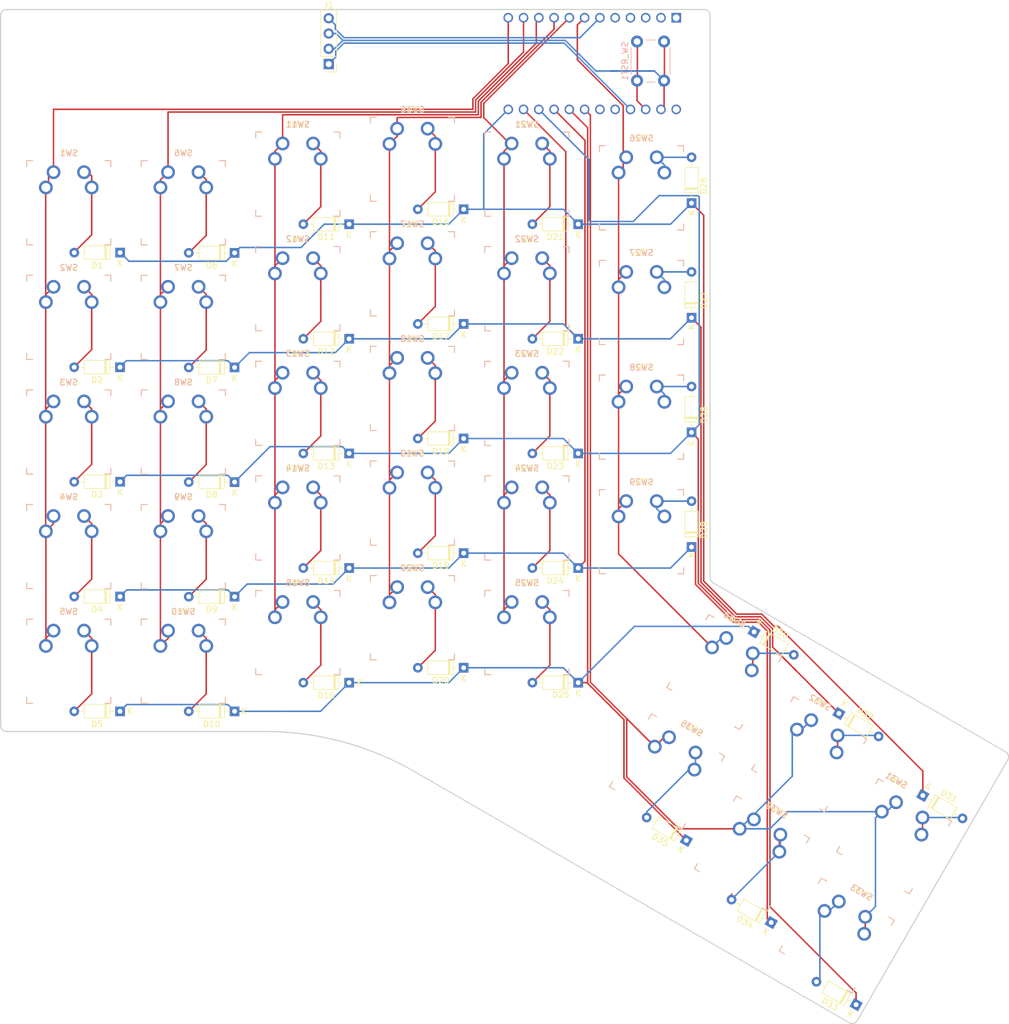
<source format=kicad_pcb>
(kicad_pcb (version 20221018) (generator pcbnew)
  (layers (0 "F.Cu" signal) (31 "B.Cu" signal) (34 "B.Paste" user) (35 "F.Paste" user) (36 "B.SilkS" user "B.Silkscreen") (37 "F.SilkS" user "F.Silkscreen") (38 "B.Mask" user) (39 "F.Mask" user) (44 "Edge.Cuts" user))
  (net 0 "")
  (net 1 "Net-(D1-K)")
  (net 2 "Net-(D1-A)")
  (net 3 "Net-(D12-K)")
  (net 4 "Net-(D2-A)")
  (net 5 "Net-(D13-K)")
  (net 6 "Net-(D3-A)")
  (net 7 "Net-(D14-K)")
  (net 8 "Net-(D4-A)")
  (net 9 "Net-(D10-K)")
  (net 10 "Net-(D5-A)")
  (net 11 "Net-(D6-A)")
  (net 12 "Net-(D7-A)")
  (net 13 "Net-(D8-A)")
  (net 14 "Net-(D9-A)")
  (net 15 "Net-(D10-A)")
  (net 16 "Net-(D11-A)")
  (net 17 "Net-(D12-A)")
  (net 18 "Net-(D13-A)")
  (net 19 "Net-(D14-A)")
  (net 20 "Net-(D15-A)")
  (net 21 "Net-(D16-A)")
  (net 22 "Net-(D17-A)")
  (net 23 "Net-(D18-A)")
  (net 24 "Net-(D19-A)")
  (net 25 "Net-(D21-A)")
  (net 26 "Net-(D22-A)")
  (net 27 "Net-(D23-A)")
  (net 28 "Net-(D24-A)")
  (net 29 "Net-(D25-A)")
  (net 30 "Net-(D26-A)")
  (net 31 "Net-(D27-A)")
  (net 32 "Net-(D28-A)")
  (net 33 "Net-(D31-A)")
  (net 34 "Net-(D32-A)")
  (net 35 "Net-(D33-A)")
  (net 36 "Net-(D34-A)")
  (net 37 "Net-(D35-A)")
  (net 38 "Net-(U1-B5)")
  (net 39 "Net-(U1-B4)")
  (net 40 "Net-(U1-E6)")
  (net 41 "Net-(U1-D7)")
  (net 42 "Net-(U1-C6)")
  (net 43 "Net-(U1-D4)")
  (net 44 "Net-(U1-RST)")
  (net 50 "Net-(D20-A)")
  (net 51 "Net-(D29-A)")
  (net 52 "Net-(D30-A)")
  (net 53 "Net-(U1-VCC)")
  (net 55 "Net-(U1-SCL)")
  (net 57 "Net-(U1-F6)")
  (net 58 "Net-(J1-PadR1)")
  (footprint "Diode_THT:D_DO-35_SOD27_P7.62mm_Horizontal" (layer "F.Cu") (at 106.180824 73.438829 180)
    (fp_text reference "D18")
    (fp_text value "1N4148")
  )
  (footprint "Diode_THT:D_DO-35_SOD27_P7.62mm_Horizontal" (layer "F.Cu") (at 144.080824 53.366329 90)
    (fp_text reference "D27")
    (fp_text value "1N4148")
  )
  (footprint "Diode_THT:D_DO-35_SOD27_P7.62mm_Horizontal" (layer "F.Cu") (at 157.335571 153.881593 150)
    (fp_text reference "D34")
    (fp_text value "1N4148")
  )
  (footprint "Diode_THT:D_DO-35_SOD27_P7.62mm_Horizontal" (layer "F.Cu") (at 125.230824 56.865329 180)
    (fp_text reference "D22")
    (fp_text value "1N4148")
  )
  (footprint "project-components:SW_MX_reversible_decentered" (layer "F.Cu") (at 119.245824 43.460329)
    (fp_text reference "SW22")
    (fp_text value "MX")
  )
  (footprint "project-components:SW_MX_reversible_decentered" (layer "F.Cu") (at 43.045824 105.372829)
    (fp_text reference "SW5")
    (fp_text value "MX")
  )
  (footprint "Diode_THT:D_DO-35_SOD27_P7.62mm_Horizontal" (layer "F.Cu") (at 49.030824 99.703541 180)
    (fp_text reference "D4")
    (fp_text value "1N4148")
  )
  (footprint "project-components:SW_MX_reversible_decentered" (layer "F.Cu") (at 100.195824 79.083829)
    (fp_text reference "SW19")
    (fp_text value "MX")
  )
  (footprint "Diode_THT:D_DO-35_SOD27_P7.62mm_Horizontal" (layer "F.Cu") (at 49.030824 118.777829 180)
    (fp_text reference "D5")
    (fp_text value "1N4148")
  )
  (footprint "Diode_THT:D_DO-35_SOD27_P7.62mm_Horizontal" (layer "F.Cu") (at 49.025743 61.588688 180)
    (fp_text reference "D2")
    (fp_text value "1N4148")
  )
  (footprint "Diode_THT:D_DO-35_SOD27_P7.62mm_Horizontal" (layer "F.Cu") (at 125.230824 75.915329 180)
    (fp_text reference "D23")
    (fp_text value "1N4148")
  )
  (footprint "project-components:SW_MX_reversible_decentered" (layer "F.Cu") (at 62.095824 86.322829)
    (fp_text reference "SW9")
    (fp_text value "MX")
  )
  (footprint "project-components:SW_MX_reversible_decentered" (layer "F.Cu") (at 43.045824 86.322829)
    (fp_text reference "SW4")
    (fp_text value "MX")
  )
  (footprint "Diode_THT:D_DO-35_SOD27_P7.62mm_Horizontal" (layer "F.Cu") (at 106.180824 92.488829 180)
    (fp_text reference "D19")
    (fp_text value "1N4148")
  )
  (footprint "project-components:SW_MX_reversible_decentered" (layer "F.Cu") (at 144.738375 125.630576 -30)
    (fp_text reference "SW35")
    (fp_text value "MX")
  )
  (footprint "project-components:SW_MX_reversible_decentered" (layer "F.Cu") (at 138.295824 45.746329)
    (fp_text reference "SW27")
    (fp_text value "MX")
  )
  (footprint "Diode_THT:D_DO-35_SOD27_P7.62mm_Horizontal" (layer "F.Cu") (at 49.03707 42.543787 180)
    (fp_text reference "D1")
    (fp_text value "1N4148")
  )
  (footprint "project-components:SW_MX_reversible_decentered" (layer "F.Cu") (at 182.496443 136.431684 -30)
    (fp_text reference "SW31")
    (fp_text value "MX")
  )
  (footprint "project-components:SW_MX_reversible_decentered" (layer "F.Cu") (at 100.195824 40.983829)
    (fp_text reference "SW17")
    (fp_text value "MX")
  )
  (footprint "Diode_THT:D_DO-35_SOD27_P7.62mm_Horizontal" (layer "F.Cu") (at 154.488972 105.583266 -30)
    (fp_text reference "D30")
    (fp_text value "1N4148")
  )
  (footprint "project-components:SW_MX_reversible_decentered" (layer "F.Cu") (at 168.379909 122.782238 -30)
    (fp_text reference "SW32")
    (fp_text value "MX")
  )
  (footprint "project-components:SW_MX_reversible_decentered" (layer "F.Cu") (at 62.095824 67.272829)
    (fp_text reference "SW8")
    (fp_text value "MX")
  )
  (footprint "Diode_THT:D_DO-35_SOD27_P7.62mm_Horizontal" (layer "F.Cu") (at 125.230824 94.965329 180)
    (fp_text reference "D24")
    (fp_text value "1N4148")
  )
  (footprint "project-components:SW_MX_reversible_decentered" (layer "F.Cu") (at 138.295824 83.846329)
    (fp_text reference "SW29")
    (fp_text value "MX")
  )
  (footprint "project-components:SW_MX_reversible_decentered" (layer "F.Cu") (at 100.195824 60.033829)
    (fp_text reference "SW18")
    (fp_text value "MX")
  )
  (footprint "project-components:SW_MX_reversible_decentered" (layer "F.Cu") (at 158.854909 139.280022 -30)
    (fp_text reference "SW34")
    (fp_text value "MX")
  )
  (footprint "Diode_THT:D_DO-35_SOD27_P7.62mm_Horizontal" (layer "F.Cu") (at 143.219037 140.232147 150)
    (fp_text reference "D35")
    (fp_text value "1N4148")
  )
  (footprint "Diode_THT:D_DO-35_SOD27_P7.62mm_Horizontal" (layer "F.Cu") (at 106.180824 35.338829 180)
    (fp_text reference "D16")
    (fp_text value "1N4148")
  )
  (footprint "project-components:SW_MX_reversible_decentered" (layer "F.Cu") (at 119.245824 24.410329)
    (fp_text reference "SW21")
    (fp_text value "MX")
  )
  (footprint "project-components:SW_MX_reversible_decentered" (layer "F.Cu") (at 81.145824 100.610329)
    (fp_text reference "SW15")
    (fp_text value "MX")
  )
  (footprint "Diode_THT:D_DO-35_SOD27_P7.62mm_Horizontal" (layer "F.Cu") (at 87.130824 56.865329 180)
    (fp_text reference "D12")
    (fp_text value "1N4148")
  )
  (footprint "Diode_THT:D_DO-35_SOD27_P7.62mm_Horizontal" (layer "F.Cu") (at 106.180824 111.538829 180)
    (fp_text reference "D20")
    (fp_text value "1N4148")
  )
  (footprint "project-components:SW_MX_reversible_decentered" (layer "F.Cu") (at 138.295824 26.696329)
    (fp_text reference "SW26")
    (fp_text value "MX")
  )
  (footprint "project-components:SW_MX_reversible_decentered" (layer "F.Cu") (at 43.045824 48.222829)
    (fp_text reference "SW2")
    (fp_text value "MX")
  )
  (footprint "Diode_THT:D_DO-35_SOD27_P7.62mm_Horizontal" (layer "F.Cu") (at 144.080824 34.316329 90)
    (fp_text reference "D26")
    (fp_text value "1N4148")
  )
  (footprint "project-components:SW_MX_reversible_decentered" (layer "F.Cu") (at 172.971443 152.929468 -30)
    (fp_text reference "SW33")
    (fp_text value "MX")
  )
  (footprint "project-components:SW_MX_reversible_decentered" (layer "F.Cu") (at 43.045824 67.272829)
    (fp_text reference "SW3")
    (fp_text value "MX")
  )
  (footprint "Diode_THT:D_DO-35_SOD27_P7.62mm_Horizontal" (layer "F.Cu") (at 68.080824 118.777829 180)
    (fp_text reference "D10")
    (fp_text value "1N4148")
  )
  (footprint "Diode_THT:D_DO-35_SOD27_P7.62mm_Horizontal" (layer "F.Cu") (at 87.130824 37.815329 180)
    (fp_text reference "D11")
    (fp_text value "1N4148")
  )
  (footprint "Diode_THT:D_DO-35_SOD27_P7.62mm_Horizontal" (layer "F.Cu") (at 68.080824 61.627829 180)
    (fp_text reference "D7")
    (fp_text value "1N4148")
  )
  (footprint "project-components:SW_MX_reversible_decentered" (layer "F.Cu") (at 81.145824 24.410329)
    (fp_text reference "SW11")
    (fp_text value "MX")
  )
  (footprint "project-components:SW_MX_reversible_decentered" (layer "F.Cu") (at 100.195824 98.133829)
    (fp_text reference "SW20")
    (fp_text value "MX")
  )
  (footprint "project-components:SW_MX_reversible_decentered" (layer "F.Cu") (at 119.245824 81.560329)
    (fp_text reference "SW24")
    (fp_text value "MX")
  )
  (footprint "project-components:SW_MX_reversible_decentered" (layer "F.Cu") (at 81.145824 81.560329)
    (fp_text reference "SW14")
    (fp_text value "MX")
  )
  (footprint "promicro:ProMicro-NoSilk" (layer "F.Cu") (at 127.568714 11.119886 180)
    (fp_text reference "U1" hide)
    (fp_text value "ProMicro")
  )
  (footprint "project-components:SW_MX_reversible_decentered" (layer "F.Cu") (at 119.245824 100.610329)
    (fp_text reference "SW25")
    (fp_text value "MX")
  )
  (footprint "Diode_THT:D_DO-35_SOD27_P7.62mm_Horizontal" (layer "F.Cu") (at 87.130824 75.915329 180)
    (fp_text reference "D13")
    (fp_text value "1N4148")
  )
  (footprint "project-components:SW_MX_reversible_decentered" (layer "F.Cu") (at 154.263375 109.132792 -30)
    (fp_text reference "SW30")
    (fp_text value "MX")
  )
  (footprint "Diode_THT:D_DO-35_SOD27_P7.62mm_Horizontal" (layer "F.Cu") (at 106.180824 54.388829 180)
    (fp_text reference "D17")
    (fp_text value "1N4148")
  )
  (footprint "Diode_THT:D_DO-35_SOD27_P7.62mm_Horizontal" (layer "F.Cu") (at 168.595246 119.132713 -30)
    (fp_text reference "D32")
    (fp_text value "1N4148")
  )
  (footprint "Diode_THT:D_DO-35_SOD27_P7.62mm_Horizontal" (layer "F.Cu") (at 171.454685 167.536195 150)
    (fp_text reference "D33")
    (fp_text value "1N4148")
  )
  (footprint "Diode_THT:D_DO-35_SOD27_P7.62mm_Horizontal" (layer "F.Cu") (at 144.080824 91.466329 90)
    (fp_text reference "D29")
    (fp_text value "1N4148")
  )
  (footprint "project-components:SW_MX_reversible_decentered" (layer "F.Cu") (at 62.095824 105.372829)
    (fp_text reference "SW10")
    (fp_text value "MX")
  )
  (footprint "project-components:SW_MX_reversible_decentered" (layer "F.Cu") (at 62.095824 48.222829)
    (fp_text reference "SW7")
    (fp_text value "MX")
  )
  (footprint "project-components:SW_MX_reversible_decentered" (layer "F.Cu") (at 138.295824 64.796329)
    (fp_text reference "SW28")
    (fp_text value "MX")
  )
  (footprint "Diode_THT:D_DO-35_SOD27_P7.62mm_Horizontal" (layer "F.Cu") (at 68.080824 80.677829 180)
    (fp_text reference "D8")
    (fp_text value "1N4148")
  )
  (footprint "Diode_THT:D_DO-35_SOD27_P7.62mm_Horizontal" (layer "F.Cu") (at 49.030824 80.629256 180)
    (fp_text reference "D3")
    (fp_text value "1N4148")
  )
  (footprint "Diode_THT:D_DO-35_SOD27_P7.62mm_Horizontal" (layer "F.Cu") (at 144.080824 72.416329 90)
    (fp_text reference "D28")
    (fp_text value "1N4148")
  )
  (footprint "project-components:SW_MX_reversible_decentered" (layer "F.Cu") (at 100.195824 21.933829)
    (fp_text reference "SW16")
    (fp_text value "MX")
  )
  (footprint "project-components:Jack breakout board" (layer "F.Cu") (at 83.737314 11.205682 180)
    (fp_text reference "J1")
    (fp_text value "AudioJack4")
  )
  (footprint "project-components:SW_MX_reversible_decentered" (layer "F.Cu") (at 81.145824 62.510329)
    (fp_text reference "SW13")
    (fp_text value "MX")
  )
  (footprint "project-components:SW_MX_reversible_decentered" (layer "F.Cu") (at 119.245824 62.510329)
    (fp_text reference "SW23")
    (fp_text value "MX")
  )
  (footprint "Diode_THT:D_DO-35_SOD27_P7.62mm_Horizontal" (layer "F.Cu") (at 125.230824 37.815329 180)
    (fp_text reference "D21")
    (fp_text value "1N4148")
  )
  (footprint "project-components:SW_MX_reversible_decentered" (layer "F.Cu") (at 81.145824 43.460329)
    (fp_text reference "SW12")
    (fp_text value "MX")
  )
  (footprint "project-components:SW_MX_reversible_decentered" (layer "F.Cu") (at 62.095824 29.172829)
    (fp_text reference "SW6")
    (fp_text value "MX")
  )
  (footprint "Diode_THT:D_DO-35_SOD27_P7.62mm_Horizontal" (layer "F.Cu") (at 182.548751 132.768194 -30)
    (fp_text reference "D31")
    (fp_text value "1N4148")
  )
  (footprint "Diode_THT:D_DO-35_SOD27_P7.62mm_Horizontal" (layer "F.Cu") (at 68.080824 42.577829 180)
    (fp_text reference "D6")
    (fp_text value "1N4148")
  )
  (footprint "Diode_THT:D_DO-35_SOD27_P7.62mm_Horizontal" (layer "F.Cu") (at 125.230824 114.015329 180)
    (fp_text reference "D25")
    (fp_text value "1N4148")
  )
  (footprint "project-components:SW_MX_reversible_decentered" (layer "F.Cu") (at 43.045824 29.172829)
    (fp_text reference "SW1")
    (fp_text value "MX")
  )
  (footprint "Diode_THT:D_DO-35_SOD27_P7.62mm_Horizontal" (layer "F.Cu") (at 68.080824 99.727829 180)
    (fp_text reference "D9")
    (fp_text value "1N4148")
  )
  (footprint "Diode_THT:D_DO-35_SOD27_P7.62mm_Horizontal" (layer "F.Cu") (at 87.130824 114.015329 180)
    (fp_text reference "D15")
    (fp_text value "1N4148")
  )
  (footprint "Diode_THT:D_DO-35_SOD27_P7.62mm_Horizontal" (layer "F.Cu") (at 87.130824 94.965329 180)
    (fp_text reference "D14")
    (fp_text value "1N4148")
  )
  (footprint "Button_Switch_THT:SW_PUSH_6mm" (layer "B.Cu") (at 135.017554 7.456556 -90)
    (fp_text reference "SW_RST1")
    (fp_text value "SW_Push")
  )
  (gr_line locked (start 146.164905 2.130682) (end 30.164905 2.130682) (stroke (width 0.2)) (layer "Edge.Cuts"))
  (gr_arc locked (start 30.164905 122.130682) (mid 29.457798 121.837789) (end 29.164905 121.130682) (stroke (width 0.2)) (layer "Edge.Cuts"))
  (gr_line locked (start 196.298879 125.498195) (end 147.664905 97.419357) (stroke (width 0.2)) (layer "Edge.Cuts"))
  (gr_arc locked (start 171.664905 170.165491) (mid 171.057698 170.631417) (end 170.298879 170.531516) (stroke (width 0.2)) (layer "Edge.Cuts"))
  (gr_line locked (start 30.164905 122.130682) (end 73.068715 122.130682) (stroke (width 0.2)) (layer "Edge.Cuts"))
  (gr_arc locked (start 29.164905 3.130682) (mid 29.457798 2.423575) (end 30.164905 2.130682) (stroke (width 0.2)) (layer "Edge.Cuts"))
  (gr_line locked (start 29.164905 3.130682) (end 29.164905 121.130682) (stroke (width 0.2)) (layer "Edge.Cuts"))
  (gr_line locked (start 98.068715 128.829412) (end 170.298879 170.531516) (stroke (width 0.2)) (layer "Edge.Cuts"))
  (gr_line locked (start 147.164905 96.553332) (end 147.164905 3.130682) (stroke (width 0.2)) (layer "Edge.Cuts"))
  (gr_arc locked (start 196.298879 125.498195) (mid 196.764805 126.105402) (end 196.664905 126.864221) (stroke (width 0.2)) (layer "Edge.Cuts"))
  (gr_arc locked (start 146.164905 2.130682) (mid 146.872011 2.423576) (end 147.164905 3.130682) (stroke (width 0.2)) (layer "Edge.Cuts"))
  (gr_arc locked (start 73.068715 122.130682) (mid 86.009667 123.834391) (end 98.068715 128.829412) (stroke (width 0.2)) (layer "Edge.Cuts"))
  (gr_arc locked (start 147.664905 97.419357) (mid 147.298879 97.053332) (end 147.164905 96.553332) (stroke (width 0.2)) (layer "Edge.Cuts"))
  (gr_line locked (start 171.664905 170.165491) (end 196.664905 126.864221) (stroke (width 0.2)) (layer "Edge.Cuts"))
  (segment (start 146.105824 97.13619) (end 151.590043 102.620409) (width 0.25) (layer "F.Cu") (net 1))
  (segment (start 155.76334 102.620409) (end 157.800284 104.657353) (width 0.25) (layer "F.Cu") (net 1))
  (segment (start 151.590043 102.620409) (end 155.76334 102.620409) (width 0.25) (layer "F.Cu") (net 1))
  (segment (start 144.080824 34.316329) (end 146.105824 36.341329) (width 0.25) (layer "F.Cu") (net 1))
  (segment (start 146.105824 36.341329) (end 146.105824 97.13619) (width 0.25) (layer "F.Cu") (net 1))
  (segment (start 158.492878 104.657353) (end 182.548751 128.713226) (width 0.25) (layer "F.Cu") (net 1))
  (segment (start 157.800284 104.657353) (end 158.492878 104.657353) (width 0.25) (layer "F.Cu") (net 1))
  (segment (start 182.548751 128.713226) (end 182.548751 132.768194) (width 0.25) (layer "F.Cu") (net 1))
  (segment (start 125.230824 37.815329) (end 140.581824 37.815329) (width 0.25) (layer "B.Cu") (net 1))
  (segment (start 79.125376 41.688231) (end 82.998278 37.815329) (width 0.25) (layer "B.Cu") (net 1))
  (segment (start 109.518756 35.338379) (end 109.518306 35.338829) (width 0.25) (layer "B.Cu") (net 1))
  (segment (start 103.704324 37.815329) (end 106.180824 35.338829) (width 0.25) (layer "B.Cu") (net 1))
  (segment (start 113.598714 18.739886) (end 109.518756 22.819844) (width 0.25) (layer "B.Cu") (net 1))
  (segment (start 50.522618 43.97248) (end 66.686173 43.97248) (width 0.25) (layer "B.Cu") (net 1))
  (segment (start 68.970422 41.688231) (end 79.125376 41.688231) (width 0.25) (layer "B.Cu") (net 1))
  (segment (start 112.995801 35.338829) (end 112.538241 35.338829) (width 0.25) (layer "B.Cu") (net 1))
  (segment (start 122.754324 35.338829) (end 125.230824 37.815329) (width 0.25) (layer "B.Cu") (net 1))
  (segment (start 125.088446 37.815329) (end 125.230824 37.815329) (width 0.25) (layer "B.Cu") (net 1))
  (segment (start 109.518756 22.819844) (end 109.518756 35.338379) (width 0.25) (layer "B.Cu") (net 1))
  (segment (start 112.995801 35.338829) (end 122.754324 35.338829) (width 0.25) (layer "B.Cu") (net 1))
  (segment (start 87.130824 37.815329) (end 103.704324 37.815329) (width 0.25) (layer "B.Cu") (net 1))
  (segment (start 82.998278 37.815329) (end 87.130824 37.815329) (width 0.25) (layer "B.Cu") (net 1))
  (segment (start 140.581824 37.815329) (end 144.080824 34.316329) (width 0.25) (layer "B.Cu") (net 1))
  (segment (start 109.518306 35.338829) (end 109.318284 35.338829) (width 0.25) (layer "B.Cu") (net 1))
  (segment (start 109.318284 35.338829) (end 112.538241 35.338829) (width 0.25) (layer "B.Cu") (net 1))
  (segment (start 66.686173 43.97248) (end 68.080824 42.577829) (width 0.25) (layer "B.Cu") (net 1))
  (segment (start 49.030824 42.480686) (end 50.522618 43.97248) (width 0.25) (layer "B.Cu") (net 1))
  (segment (start 106.180824 35.338829) (end 109.318284 35.338829) (width 0.25) (layer "B.Cu") (net 1))
  (segment (start 68.080824 42.577829) (end 68.970422 41.688231) (width 0.25) (layer "B.Cu") (net 1))
  (segment (start 44.315824 31.712829) (end 44.315824 29.806433) (width 0.25) (layer "F.Cu") (net 2))
  (segment (start 44.315824 31.712829) (end 44.315824 39.575686) (width 0.25) (layer "F.Cu") (net 2))
  (segment (start 44.315824 29.806433) (end 43.364022 28.854631) (width 0.25) (layer "F.Cu") (net 2))
  (segment (start 44.315824 39.575686) (end 41.410824 42.480686) (width 0.25) (layer "F.Cu") (net 2))
  (segment (start 151.403647 103.070409) (end 145.655824 97.322586) (width 0.25) (layer "F.Cu") (net 3))
  (segment (start 161.524341 112.061808) (end 160.981331 111.518798) (width 0.25) (layer "F.Cu") (net 3))
  (segment (start 168.595246 119.132713) (end 161.524341 112.061808) (width 0.25) (layer "F.Cu") (net 3))
  (segment (start 145.655824 54.941329) (end 144.080824 53.366329) (width 0.25) (layer "F.Cu") (net 3))
  (segment (start 123.161364 25.762536) (end 123.161364 54.795869) (width 0.25) (layer "F.Cu") (net 3))
  (segment (start 145.655824 97.322586) (end 145.655824 54.941329) (width 0.25) (layer "F.Cu") (net 3))
  (segment (start 155.576944 103.070409) (end 151.403647 103.070409) (width 0.25) (layer "F.Cu") (net 3))
  (segment (start 157.57771 108.115178) (end 157.57771 105.071175) (width 0.25) (layer "F.Cu") (net 3))
  (segment (start 116.138714 18.739886) (end 123.161364 25.762536) (width 0.25) (layer "F.Cu") (net 3))
  (segment (start 161.52434 112.061808) (end 161.524341 112.061808) (width 0.25) (layer "F.Cu") (net 3))
  (segment (start 123.161364 54.795869) (end 125.230824 56.865329) (width 0.25) (layer "F.Cu") (net 3))
  (segment (start 158.339559 108.877027) (end 161.52434 112.061808) (width 0.25) (layer "F.Cu") (net 3))
  (segment (start 158.339559 108.877027) (end 157.57771 108.115178) (width 0.25) (layer "F.Cu") (net 3))
  (segment (start 157.57771 105.071175) (end 155.576944 103.070409) (width 0.25) (layer "F.Cu") (net 3))
  (segment (start 160.591143 111.128611) (end 158.339559 108.877027) (width 0.25) (layer "F.Cu") (net 3))
  (segment (start 87.130824 56.865329) (end 103.704324 56.865329) (width 0.25) (layer "B.Cu") (net 3))
  (segment (start 70.551008 59.157645) (end 84.838508 59.157645) (width 0.25) (layer "B.Cu") (net 3))
  (segment (start 140.581824 56.865329) (end 144.080824 53.366329) (width 0.25) (layer "B.Cu") (net 3))
  (segment (start 106.180824 54.388829) (end 122.754324 54.388829) (width 0.25) (layer "B.Cu") (net 3))
  (segment (start 84.838508 59.157645) (end 87.130824 56.865329) (width 0.25) (layer "B.Cu") (net 3))
  (segment (start 66.955824 60.502829) (end 68.080824 61.627829) (width 0.25) (layer "B.Cu") (net 3))
  (segment (start 49.030824 61.554971) (end 50.082966 60.502829) (width 0.25) (layer "B.Cu") (net 3))
  (segment (start 50.082966 60.502829) (end 66.955824 60.502829) (width 0.25) (layer "B.Cu") (net 3))
  (segment (start 125.230824 56.865329) (end 140.581824 56.865329) (width 0.25) (layer "B.Cu") (net 3))
  (segment (start 103.704324 56.865329) (end 106.180824 54.388829) (width 0.25) (layer "B.Cu") (net 3))
  (segment (start 122.754324 54.388829) (end 125.230824 56.865329) (width 0.25) (layer "B.Cu") (net 3))
  (segment (start 68.080824 61.627829) (end 70.551008 59.157645) (width 0.25) (layer "B.Cu") (net 3))
  (segment (start 44.315824 49.492829) (end 44.315824 50.762829) (width 0.25) (layer "F.Cu") (net 4))
  (segment (start 44.315824 50.762829) (end 44.315824 58.649971) (width 0.25) (layer "F.Cu") (net 4))
  (segment (start 44.315824 58.649971) (end 41.410824 61.554971) (width 0.25) (layer "F.Cu") (net 4))
  (segment (start 43.045824 48.222829) (end 44.315824 49.492829) (width 0.25) (layer "F.Cu") (net 4))
  (segment (start 145.205824 73.541329) (end 144.080824 72.416329) (width 0.25) (layer "F.Cu") (net 5))
  (segment (start 145.205824 97.508982) (end 145.205824 73.541329) (width 0.25) (layer "F.Cu") (net 5))
  (segment (start 157.12771 151.260124) (end 157.12771 105.257571) (width 0.25) (layer "F.Cu") (net 5))
  (segment (start 171.454685 165.587099) (end 157.12771 151.260124) (width 0.25) (layer "F.Cu") (net 5))
  (segment (start 171.454685 167.536195) (end 171.454685 165.587099) (width 0.25) (layer "F.Cu") (net 5))
  (segment (start 157.12771 105.257571) (end 155.390548 103.520409) (width 0.25) (layer "F.Cu") (net 5))
  (segment (start 151.217251 103.520409) (end 145.205824 97.508982) (width 0.25) (layer "F.Cu") (net 5))
  (segment (start 155.390548 103.520409) (end 151.217251 103.520409) (width 0.25) (layer "F.Cu") (net 5))
  (segment (start 68.080824 80.677829) (end 73.968324 74.790329) (width 0.25) (layer "B.Cu") (net 5))
  (segment (start 49.030824 80.629256) (end 50.107251 79.552829) (width 0.25) (layer "B.Cu") (net 5))
  (segment (start 73.968324 74.790329) (end 86.005824 74.790329) (width 0.25) (layer "B.Cu") (net 5))
  (segment (start 103.704324 75.915329) (end 106.180824 73.438829) (width 0.25) (layer "B.Cu") (net 5))
  (segment (start 106.180824 73.438829) (end 122.754324 73.438829) (width 0.25) (layer "B.Cu") (net 5))
  (segment (start 145.355888 71.141265) (end 144.080824 72.416329) (width 0.25) (layer "B.Cu") (net 5))
  (segment (start 125.230824 75.915329) (end 140.581824 75.915329) (width 0.25) (layer "B.Cu") (net 5))
  (segment (start 50.107251 79.552829) (end 66.955824 79.552829) (width 0.25) (layer "B.Cu") (net 5))
  (segment (start 118.678714 18.739886) (end 127.041466 27.102638) (width 0.25) (layer "B.Cu") (net 5))
  (segment (start 145.355888 33.292032) (end 145.355888 71.141265) (width 0.25) (layer "B.Cu") (net 5))
  (segment (start 66.955824 79.552829) (end 68.080824 80.677829) (width 0.25) (layer "B.Cu") (net 5))
  (segment (start 145.138932 33.075076) (end 145.355888 33.292032) (width 0.25) (layer "B.Cu") (net 5))
  (segment (start 122.754324 73.438829) (end 125.230824 75.915329) (width 0.25) (layer "B.Cu") (net 5))
  (segment (start 127.041466 37.146631) (end 127.260164 37.365329) (width 0.25) (layer "B.Cu") (net 5))
  (segment (start 134.384493 37.365329) (end 138.674746 33.075076) (width 0.25) (layer "B.Cu") (net 5))
  (segment (start 86.005824 74.790329) (end 87.130824 75.915329) (width 0.25) (layer "B.Cu") (net 5))
  (segment (start 127.041466 27.102638) (end 127.041466 37.146631) (width 0.25) (layer "B.Cu") (net 5))
  (segment (start 127.260164 37.365329) (end 134.384493 37.365329) (width 0.25) (layer "B.Cu") (net 5))
  (segment (start 138.674746 33.075076) (end 145.138932 33.075076) (width 0.25) (layer "B.Cu") (net 5))
  (segment (start 140.581824 75.915329) (end 144.080824 72.416329) (width 0.25) (layer "B.Cu") (net 5))
  (segment (start 87.130824 75.915329) (end 103.704324 75.915329) (width 0.25) (layer "B.Cu") (net 5))
  (segment (start 43.045824 67.272829) (end 44.315824 68.542829) (width 0.25) (layer "F.Cu") (net 6))
  (segment (start 44.315824 68.542829) (end 44.315824 69.812829) (width 0.25) (layer "F.Cu") (net 6))
  (segment (start 44.315824 69.812829) (end 44.315824 77.724256) (width 0.25) (layer "F.Cu") (net 6))
  (segment (start 44.315824 77.724256) (end 41.410824 80.629256) (width 0.25) (layer "F.Cu") (net 6))
  (segment (start 155.204152 103.970409) (end 156.67771 105.443967) (width 0.25) (layer "F.Cu") (net 7))
  (segment (start 144.755824 92.141329) (end 144.755824 97.695378) (width 0.25) (layer "F.Cu") (net 7))
  (segment (start 126.355824 23.876996) (end 126.355824 93.840329) (width 0.25) (layer "F.Cu") (net 7))
  (segment (start 144.080824 91.466329) (end 144.755824 92.141329) (width 0.25) (layer "F.Cu") (net 7))
  (segment (start 156.67771 105.443967) (end 156.67771 153.223732) (width 0.25) (layer "F.Cu") (net 7))
  (segment (start 121.218714 18.739886) (end 126.355824 23.876996) (width 0.25) (layer "F.Cu") (net 7))
  (segment (start 144.755824 97.695378) (end 151.030855 103.970409) (width 0.25) (layer "F.Cu") (net 7))
  (segment (start 126.355824 93.840329) (end 125.230824 94.965329) (width 0.25) (layer "F.Cu") (net 7))
  (segment (start 156.67771 153.223732) (end 157.335571 153.881593) (width 0.25) (layer "F.Cu") (net 7))
  (segment (start 151.030855 103.970409) (end 155.204152 103.970409) (width 0.25) (layer "F.Cu") (net 7))
  (segment (start 50.131536 98.602829) (end 66.955824 98.602829) (width 0.25) (layer "B.Cu") (net 7))
  (segment (start 66.955824 98.602829) (end 68.080824 99.727829) (width 0.25) (layer "B.Cu") (net 7))
  (segment (start 106.180824 92.488829) (end 122.754324 92.488829) (width 0.25) (layer "B.Cu") (net 7))
  (segment (start 49.030824 99.703541) (end 50.131536 98.602829) (width 0.25) (layer "B.Cu") (net 7))
  (segment (start 103.704324 94.965329) (end 106.180824 92.488829) (width 0.25) (layer "B.Cu") (net 7))
  (segment (start 122.754324 92.488829) (end 125.230824 94.965329) (width 0.25) (layer "B.Cu") (net 7))
  (segment (start 70.179192 97.629461) (end 84.466692 97.629461) (width 0.25) (layer "B.Cu") (net 7))
  (segment (start 125.230824 94.965329) (end 140.581824 94.965329) (width 0.25) (layer "B.Cu") (net 7))
  (segment (start 68.080824 99.727829) (end 70.179192 97.629461) (width 0.25) (layer "B.Cu") (net 7))
  (segment (start 84.466692 97.629461) (end 87.130824 94.965329) (width 0.25) (layer "B.Cu") (net 7))
  (segment (start 87.130824 94.965329) (end 103.704324 94.965329) (width 0.25) (layer "B.Cu") (net 7))
  (segment (start 140.581824 94.965329) (end 144.080824 91.466329) (width 0.25) (layer "B.Cu") (net 7))
  (segment (start 44.315824 96.798541) (end 41.410824 99.703541) (width 0.25) (layer "F.Cu") (net 8))
  (segment (start 44.315824 88.862829) (end 44.315824 96.798541) (width 0.25) (layer "F.Cu") (net 8))
  (segment (start 44.315824 87.592829) (end 44.315824 88.862829) (width 0.25) (layer "F.Cu") (net 8))
  (segment (start 43.045824 86.322829) (end 44.315824 87.592829) (width 0.25) (layer "F.Cu") (net 8))
  (segment (start 126.808374 94.029275) (end 126.808374 113.899721) (width 0.25) (layer "F.Cu") (net 9))
  (segment (start 132.843487 120.16605) (end 126.796795 114.119358) (width 0.25) (layer "F.Cu") (net 9))
  (segment (start 123.758714 18.739886) (end 126.805824 21.786996) (width 0.25) (layer "F.Cu") (net 9))
  (segment (start 126.808374 113.899721) (end 126.692766 114.015329) (width 0.25) (layer "F.Cu") (net 9))
  (segment (start 132.843487 129.856597) (end 132.843487 120.16605) (width 0.25) (layer "F.Cu") (net 9))
  (segment (start 126.692766 114.015329) (end 126.796795 114.119358) (width 0.25) (layer "F.Cu") (net 9))
  (segment (start 126.805824 94.026725) (end 126.808374 94.029275) (width 0.25) (layer "F.Cu") (net 9))
  (segment (start 126.796795 114.119358) (end 126.737395 114.059958) (width 0.25) (layer "F.Cu") (net 9))
  (segment (start 125.230824 114.015329) (end 126.692766 114.015329) (width 0.25) (layer "F.Cu") (net 9))
  (segment (start 143.219037 140.232147) (end 132.843487 129.856597) (width 0.25) (layer "F.Cu") (net 9))
  (segment (start 126.805824 21.786996) (end 126.805824 94.026725) (width 0.25) (layer "F.Cu") (net 9))
  (segment (start 153.568797 104.663091) (end 154.488972 105.583266) (width 0.25) (layer "B.Cu") (net 9))
  (segment (start 66.955824 117.652829) (end 68.080824 118.777829) (width 0.25) (layer "B.Cu") (net 9))
  (segment (start 50.155824 117.652829) (end 66.955824 117.652829) (width 0.25) (layer "B.Cu") (net 9))
  (segment (start 103.704324 114.015329) (end 106.180824 111.538829) (width 0.25) (layer "B.Cu") (net 9))
  (segment (start 106.180824 111.538829) (end 122.754324 111.538829) (width 0.25) (layer "B.Cu") (net 9))
  (segment (start 87.130824 114.015329) (end 103.704324 114.015329) (width 0.25) (layer "B.Cu") (net 9))
  (segment (start 68.080824 118.777829) (end 76.398086 118.777829) (width 0.25) (layer "B.Cu") (net 9))
  (segment (start 122.754324 111.538829) (end 125.230824 114.015329) (width 0.25) (layer "B.Cu") (net 9))
  (segment (start 76.615478 118.777829) (end 82.368324 118.777829) (width 0.25) (layer "B.Cu") (net 9))
  (segment (start 49.030824 118.777829) (end 50.155824 117.652829) (width 0.25) (layer "B.Cu") (net 9))
  (segment (start 134.583062 104.663091) (end 153.568797 104.663091) (width 0.25) (layer "B.Cu") (net 9))
  (segment (start 125.230824 114.015329) (end 134.583062 104.663091) (width 0.25) (layer "B.Cu") (net 9))
  (segment (start 82.368324 118.777829) (end 87.130824 114.015329) (width 0.25) (layer "B.Cu") (net 9))
  (segment (start 44.315824 115.872829) (end 41.410824 118.777829) (width 0.25) (layer "F.Cu") (net 10))
  (segment (start 44.315824 107.912829) (end 44.315824 115.872829) (width 0.25) (layer "F.Cu") (net 10))
  (segment (start 43.045824 105.372829) (end 44.315824 106.642829) (width 0.25) (layer "F.Cu") (net 10))
  (segment (start 44.315824 106.642829) (end 44.315824 107.912829) (width 0.25) (layer "F.Cu") (net 10))
  (segment (start 63.365824 39.672829) (end 60.460824 42.577829) (width 0.25) (layer "F.Cu") (net 11))
  (segment (start 62.095824 29.172829) (end 63.365824 30.442829) (width 0.25) (layer "F.Cu") (net 11))
  (segment (start 63.365824 31.712829) (end 63.365824 39.672829) (width 0.25) (layer "F.Cu") (net 11))
  (segment (start 63.365824 30.442829) (end 63.365824 31.712829) (width 0.25) (layer "F.Cu") (net 11))
  (segment (start 63.365824 50.762829) (end 63.365824 58.722829) (width 0.25) (layer "F.Cu") (net 12))
  (segment (start 63.365824 58.722829) (end 60.460824 61.627829) (width 0.25) (layer "F.Cu") (net 12))
  (segment (start 62.095824 48.222829) (end 63.365824 49.492829) (width 0.25) (layer "F.Cu") (net 12))
  (segment (start 63.365824 49.492829) (end 63.365824 50.762829) (width 0.25) (layer "F.Cu") (net 12))
  (segment (start 63.365824 69.812829) (end 63.365824 77.772829) (width 0.25) (layer "F.Cu") (net 13))
  (segment (start 63.365824 68.542829) (end 63.365824 69.812829) (width 0.25) (layer "F.Cu") (net 13))
  (segment (start 63.365824 77.772829) (end 60.460824 80.677829) (width 0.25) (layer "F.Cu") (net 13))
  (segment (start 62.095824 67.272829) (end 63.365824 68.542829) (width 0.25) (layer "F.Cu") (net 13))
  (segment (start 63.365824 87.592829) (end 63.365824 88.862829) (width 0.25) (layer "F.Cu") (net 14))
  (segment (start 62.095824 86.322829) (end 63.365824 87.592829) (width 0.25) (layer "F.Cu") (net 14))
  (segment (start 63.365824 88.862829) (end 63.365824 96.822829) (width 0.25) (layer "F.Cu") (net 14))
  (segment (start 63.365824 96.822829) (end 60.460824 99.727829) (width 0.25) (layer "F.Cu") (net 14))
  (segment (start 62.095824 105.372829) (end 63.365824 106.642829) (width 0.25) (layer "F.Cu") (net 15))
  (segment (start 63.365824 106.642829) (end 63.365824 107.912829) (width 0.25) (layer "F.Cu") (net 15))
  (segment (start 63.365824 115.872829) (end 60.460824 118.777829) (width 0.25) (layer "F.Cu") (net 15))
  (segment (start 63.365824 107.912829) (end 63.365824 115.872829) (width 0.25) (layer "F.Cu") (net 15))
  (segment (start 81.145824 24.410329) (end 82.415824 25.680329) (width 0.25) (layer "F.Cu") (net 16))
  (segment (start 82.415824 34.910329) (end 79.510824 37.815329) (width 0.25) (layer "F.Cu") (net 16))
  (segment (start 82.415824 25.680329) (end 82.415824 26.950329) (width 0.25) (layer "F.Cu") (net 16))
  (segment (start 82.415824 26.950329) (end 82.415824 34.910329) (width 0.25) (layer "F.Cu") (net 16))
  (segment (start 82.415824 53.960329) (end 79.510824 56.865329) (width 0.25) (layer "F.Cu") (net 17))
  (segment (start 81.145824 43.460329) (end 82.415824 44.730329) (width 0.25) (layer "F.Cu") (net 17))
  (segment (start 82.415824 46.000329) (end 82.415824 53.960329) (width 0.25) (layer "F.Cu") (net 17))
  (segment (start 82.415824 44.730329) (end 82.415824 46.000329) (width 0.25) (layer "F.Cu") (net 17))
  (segment (start 82.415824 65.050329) (end 82.415824 73.010329) (width 0.25) (layer "F.Cu") (net 18))
  (segment (start 82.415824 63.780329) (end 82.415824 65.050329) (width 0.25) (layer "F.Cu") (net 18))
  (segment (start 81.145824 62.510329) (end 82.415824 63.780329) (width 0.25) (layer "F.Cu") (net 18))
  (segment (start 82.415824 73.010329) (end 79.510824 75.915329) (width 0.25) (layer "F.Cu") (net 18))
  (segment (start 82.415824 84.100329) (end 82.415824 92.060329) (width 0.25) (layer "F.Cu") (net 19))
  (segment (start 81.145824 81.560329) (end 82.415824 82.830329) (width 0.25) (layer "F.Cu") (net 19))
  (segment (start 82.415824 92.060329) (end 79.510824 94.965329) (width 0.25) (layer "F.Cu") (net 19))
  (segment (start 82.415824 82.830329) (end 82.415824 84.100329) (width 0.25) (layer "F.Cu") (net 19))
  (segment (start 82.415824 111.110329) (end 79.510824 114.015329) (width 0.25) (layer "F.Cu") (net 20))
  (segment (start 82.415824 101.880329) (end 82.415824 103.150329) (width 0.25) (layer "F.Cu") (net 20))
  (segment (start 82.415824 103.150329) (end 82.415824 111.110329) (width 0.25) (layer "F.Cu") (net 20))
  (segment (start 81.145824 100.610329) (end 82.415824 101.880329) (width 0.25) (layer "F.Cu") (net 20))
  (segment (start 101.465824 23.203829) (end 101.465824 24.473829) (width 0.25) (layer "F.Cu") (net 21))
  (segment (start 101.465824 24.473829) (end 101.465824 32.433829) (width 0.25) (layer "F.Cu") (net 21))
  (segment (start 101.465824 32.433829) (end 98.560824 35.338829) (width 0.25) (layer "F.Cu") (net 21))
  (segment (start 100.195824 21.933829) (end 101.465824 23.203829) (width 0.25) (layer "F.Cu") (net 21))
  (segment (start 101.465824 43.523829) (end 101.465824 51.483829) (width 0.25) (layer "F.Cu") (net 22))
  (segment (start 100.195824 40.983829) (end 101.465824 42.253829) (width 0.25) (layer "F.Cu") (net 22))
  (segment (start 101.465824 42.253829) (end 101.465824 43.523829) (width 0.25) (layer "F.Cu") (net 22))
  (segment (start 101.465824 51.483829) (end 98.560824 54.388829) (width 0.25) (layer "F.Cu") (net 22))
  (segment (start 101.465824 62.573829) (end 101.465824 70.533829) (width 0.25) (layer "F.Cu") (net 23))
  (segment (start 100.195824 60.033829) (end 101.465824 61.303829) (width 0.25) (layer "F.Cu") (net 23))
  (segment (start 101.465824 61.303829) (end 101.465824 62.573829) (width 0.25) (layer "F.Cu") (net 23))
  (segment (start 101.465824 70.533829) (end 98.560824 73.438829) (width 0.25) (layer "F.Cu") (net 23))
  (segment (start 101.465824 81.623829) (end 101.465824 89.583829) (width 0.25) (layer "F.Cu") (net 24))
  (segment (start 101.465824 89.583829) (end 98.560824 92.488829) (width 0.25) (layer "F.Cu") (net 24))
  (segment (start 100.195824 79.083829) (end 101.465824 80.353829) (width 0.25) (layer "F.Cu") (net 24))
  (segment (start 101.465824 80.353829) (end 101.465824 81.623829) (width 0.25) (layer "F.Cu") (net 24))
  (segment (start 120.515824 34.910329) (end 117.610824 37.815329) (width 0.25) (layer "F.Cu") (net 25))
  (segment (start 119.245824 24.410329) (end 120.515824 25.680329) (width 0.25) (layer "F.Cu") (net 25))
  (segment (start 120.515824 26.950329) (end 120.515824 34.910329) (width 0.25) (layer "F.Cu") (net 25))
  (segment (start 120.515824 25.680329) (end 120.515824 26.950329) (width 0.25) (layer "F.Cu") (net 25))
  (segment (start 120.515824 46.000329) (end 120.515824 53.960329) (width 0.25) (layer "F.Cu") (net 26))
  (segment (start 120.515824 53.960329) (end 117.610824 56.865329) (width 0.25) (layer "F.Cu") (net 26))
  (segment (start 119.245824 43.460329) (end 120.515824 44.730329) (width 0.25) (layer "F.Cu") (net 26))
  (segment (start 120.515824 44.730329) (end 120.515824 46.000329) (width 0.25) (layer "F.Cu") (net 26))
  (segment (start 120.515824 63.780329) (end 120.515824 65.050329) (width 0.25) (layer "F.Cu") (net 27))
  (segment (start 120.515824 73.010329) (end 117.610824 75.915329) (width 0.25) (layer "F.Cu") (net 27))
  (segment (start 119.245824 62.510329) (end 120.515824 63.780329) (width 0.25) (layer "F.Cu") (net 27))
  (segment (start 120.515824 65.050329) (end 120.515824 73.010329) (width 0.25) (layer "F.Cu") (net 27))
  (segment (start 120.515824 92.060329) (end 117.610824 94.965329) (width 0.25) (layer "F.Cu") (net 28))
  (segment (start 119.245824 81.560329) (end 120.515824 82.830329) (width 0.25) (layer "F.Cu") (net 28))
  (segment (start 120.515824 84.100329) (end 120.515824 92.060329) (width 0.25) (layer "F.Cu") (net 28))
  (segment (start 120.515824 82.830329) (end 120.515824 84.100329) (width 0.25) (layer "F.Cu") (net 28))
  (segment (start 120.515824 111.110329) (end 117.610824 114.015329) (width 0.25) (layer "F.Cu") (net 29))
  (segment (start 120.515824 103.150329) (end 120.515824 111.110329) (width 0.25) (layer "F.Cu") (net 29))
  (segment (start 120.515824 101.880329) (end 120.515824 103.150329) (width 0.25) (layer "F.Cu") (net 29))
  (segment (start 119.245824 100.610329) (end 120.515824 101.880329) (width 0.25) (layer "F.Cu") (net 29))
  (segment (start 139.565824 27.966329) (end 139.565824 29.236329) (width 0.25) (layer "B.Cu") (net 30))
  (segment (start 138.295824 26.696329) (end 144.080824 26.696329) (width 0.25) (layer "B.Cu") (net 30))
  (segment (start 138.295824 26.696329) (end 139.565824 27.966329) (width 0.25) (layer "B.Cu") (net 30))
  (segment (start 139.565824 47.016329) (end 139.565824 48.286329) (width 0.25) (layer "B.Cu") (net 31))
  (segment (start 138.295824 45.746329) (end 139.565824 47.016329) (width 0.25) (layer "B.Cu") (net 31))
  (segment (start 138.295824 45.746329) (end 144.080824 45.746329) (width 0.25) (layer "B.Cu") (net 31))
  (segment (start 139.565824 66.066329) (end 139.565824 67.336329) (width 0.25) (layer "B.Cu") (net 32))
  (segment (start 138.295824 64.796329) (end 139.565824 66.066329) (width 0.25) (layer "B.Cu") (net 32))
  (segment (start 138.295824 64.796329) (end 144.080824 64.796329) (width 0.25) (layer "B.Cu") (net 32))
  (segment (start 182.496443 136.431684) (end 182.496443 139.096241) (width 0.25) (layer "F.Cu") (net 33))
  (segment (start 182.496443 139.096241) (end 182.326295 139.266389) (width 0.25) (layer "F.Cu") (net 33))
  (segment (start 189.001355 136.431684) (end 189.147865 136.578194) (width 0.25) (layer "B.Cu") (net 33))
  (segment (start 182.496443 136.431684) (end 189.001355 136.431684) (width 0.25) (layer "B.Cu") (net 33))
  (segment (start 168.379909 125.446795) (end 168.209761 125.616943) (width 0.25) (layer "F.Cu") (net 34))
  (segment (start 168.379909 122.782238) (end 168.379909 125.446795) (width 0.25) (layer "F.Cu") (net 34))
  (segment (start 175.033885 122.782238) (end 175.19436 122.942713) (width 0.25) (layer "B.Cu") (net 34))
  (segment (start 168.379909 122.782238) (end 175.033885 122.782238) (width 0.25) (layer "B.Cu") (net 34))
  (segment (start 166.202182 151.954173) (end 165.426855 152.7295) (width 0.25) (layer "B.Cu") (net 35))
  (segment (start 167.007329 151.954173) (end 166.202182 151.954173) (width 0.25) (layer "B.Cu") (net 35))
  (segment (start 164.892636 163.726195) (end 164.855571 163.726195) (width 0.25) (layer "B.Cu") (net 35))
  (segment (start 165.426855 163.154911) (end 164.855571 163.726195) (width 0.25) (layer "B.Cu") (net 35))
  (segment (start 165.426855 152.7295) (end 165.426855 163.154911) (width 0.25) (layer "B.Cu") (net 35))
  (segment (start 168.572034 150.389468) (end 167.007329 151.954173) (width 0.25) (layer "B.Cu") (net 35))
  (segment (start 158.684761 142.114727) (end 158.684761 139.45017) (width 0.25) (layer "F.Cu") (net 36))
  (segment (start 158.684761 139.45017) (end 158.854909 139.280022) (width 0.25) (layer "F.Cu") (net 36))
  (segment (start 150.736457 149.146935) (end 150.736457 150.071593) (width 0.25) (layer "F.Cu") (net 36))
  (segment (start 150.736457 150.071593) (end 158.854909 141.953141) (width 0.25) (layer "B.Cu") (net 36))
  (segment (start 158.854909 141.953141) (end 158.854909 139.280022) (width 0.25) (layer "B.Cu") (net 36))
  (segment (start 144.738375 125.630576) (end 144.738375 127.851401) (width 0.25) (layer "F.Cu") (net 37))
  (segment (start 144.738375 127.851401) (end 144.960241 128.073267) (width 0.25) (layer "F.Cu") (net 37))
  (segment (start 144.738375 125.630576) (end 144.738375 127.379037) (width 0.25) (layer "B.Cu") (net 37))
  (segment (start 136.619923 135.497489) (end 136.619923 136.422147) (width 0.25) (layer "B.Cu") (net 37))
  (segment (start 144.738375 127.379037) (end 136.619923 135.497489) (width 0.25) (layer "B.Cu") (net 37))
  (segment (start 107.721405 16.991611) (end 113.598714 11.114302) (width 0.25) (layer "F.Cu") (net 38))
  (segment (start 37.145824 29.992829) (end 37.145824 31.262829) (width 0.25) (layer "F.Cu") (net 38))
  (segment (start 107.721405 18.724678) (end 107.721405 16.991611) (width 0.25) (layer "F.Cu") (net 38))
  (segment (start 113.598714 11.114302) (end 113.598714 3.499886) (width 0.25) (layer "F.Cu") (net 38))
  (segment (start 37.925997 87.632656) (end 36.695824 88.862829) (width 0.25) (layer "F.Cu") (net 38))
  (segment (start 37.964743 18.724678) (end 107.721405 18.724678) (width 0.25) (layer "F.Cu") (net 38))
  (segment (start 36.695824 31.45697) (end 36.663162 31.424308) (width 0.25) (layer "F.Cu") (net 38))
  (segment (start 37.965824 29.172829) (end 37.145824 29.992829) (width 0.25) (layer "F.Cu") (net 38))
  (segment (start 36.695824 68.542829) (end 36.695824 69.812829) (width 0.25) (layer "F.Cu") (net 38))
  (segment (start 37.965824 67.272829) (end 38.29387 66.944783) (width 0.25) (layer "F.Cu") (net 38))
  (segment (start 37.955692 86.322829) (end 37.925997 86.293134) (width 0.25) (layer "F.Cu") (net 38))
  (segment (start 37.965824 67.272829) (end 36.695824 68.542829) (width 0.25) (layer "F.Cu") (net 38))
  (segment (start 38.29387 66.944783) (end 38.29387 66.944782) (width 0.25) (layer "F.Cu") (net 38))
  (segment (start 37.965824 48.222829) (end 36.695824 49.492829) (width 0.25) (layer "F.Cu") (net 38))
  (segment (start 37.965824 105.372829) (end 36.695824 106.642829) (width 0.25) (layer "F.Cu") (net 38))
  (segment (start 37.965824 18.725759) (end 37.964743 18.724678) (width 0.25) (layer "F.Cu") (net 38))
  (segment (start 36.663162 89.758169) (end 36.695824 89.790831) (width 0.25) (layer "F.Cu") (net 38))
  (segment (start 36.695824 106.642829) (end 36.695824 107.912829) (width 0.25) (layer "F.Cu") (net 38))
  (segment (start 37.965824 29.172829) (end 37.965824 18.725759) (width 0.25) (layer "F.Cu") (net 38))
  (segment (start 37.965824 86.322829) (end 37.955692 86.322829) (width 0.25) (layer "F.Cu") (net 38))
  (segment (start 36.695824 31.712829) (end 36.695824 31.45697) (width 0.25) (layer "F.Cu") (net 38))
  (segment (start 37.925997 86.293134) (end 37.925997 87.632656) (width 0.25) (layer "F.Cu") (net 38))
  (segment (start 36.695824 89.790831) (end 36.695824 107.912829) (width 0.25) (layer "F.Cu") (net 38))
  (segment (start 36.695824 49.492829) (end 36.695824 50.762829) (width 0.25) (layer "F.Cu") (net 38))
  (segment (start 36.663162 31.424308) (end 36.663162 89.758169) (width 0.25) (layer "F.Cu") (net 38))
  (segment (start 55.745824 68.542829) (end 55.745824 69.812829) (width 0.25) (layer "F.Cu") (net 39))
  (segment (start 57.015824 29.172829) (end 57.015824 19.174678) (width 0.25) (layer "F.Cu") (net 39))
  (segment (start 108.171405 19.174678) (end 108.171405 17.178007) (width 0.25) (layer "F.Cu") (net 39))
  (segment (start 57.015824 86.322829) (end 55.745824 87.592829) (width 0.25) (layer "F.Cu") (net 39))
  (segment (start 55.745824 49.492829) (end 55.745824 50.762829) (width 0.25) (layer "F.Cu") (net 39))
  (segment (start 116.138714 9.210698) (end 116.138714 3.499886) (width 0.25) (layer "F.Cu") (net 39))
  (segment (start 55.745824 87.592829) (end 55.745824 88.862829) (width 0.25) (layer "F.Cu") (net 39))
  (segment (start 57.015824 29.172829) (end 55.745824 30.442829) (width 0.25) (layer "F.Cu") (net 39))
  (segment (start 57.015824 67.272829) (end 55.745824 68.542829) (width 0.25) (layer "F.Cu") (net 39))
  (segment (start 57.035088 105.372829) (end 57.075691 105.332226) (width 0.25) (layer "F.Cu") (net 39))
  (segment (start 57.015824 19.174678) (end 108.171405 19.174678) (width 0.25) (layer "F.Cu") (net 39))
  (segment (start 57.015824 48.222829) (end 55.745824 49.492829) (width 0.25) (layer "F.Cu") (net 39))
  (segment (start 57.075691 105.332226) (end 57.075691 106.582962) (width 0.25) (layer "F.Cu") (net 39))
  (segment (start 55.745824 30.442829) (end 55.745824 31.712829) (width 0.25) (layer "F.Cu") (net 39))
  (segment (start 57.015824 105.372829) (end 57.035088 105.372829) (width 0.25) (layer "F.Cu") (net 39))
  (segment (start 57.075691 106.582962) (end 55.745824 107.912829) (width 0.25) (layer "F.Cu") (net 39))
  (segment (start 55.745824 31.712829) (end 55.745824 107.912829) (width 0.25) (layer "F.Cu") (net 39))
  (segment (start 108.171405 17.178007) (end 116.138714 9.210698) (width 0.25) (layer "F.Cu") (net 39))
  (segment (start 76.065824 81.560329) (end 74.795824 82.830329) (width 0.25) (layer "F.Cu") (net 40))
  (segment (start 74.795824 44.730329) (end 74.795824 46.000329) (width 0.25) (layer "F.Cu") (net 40))
  (segment (start 118.261968 7.72384) (end 108.621405 17.364403) (width 0.25) (layer "F.Cu") (net 40))
  (segment (start 76.108994 19.624678) (end 76.065824 19.667848) (width 0.25) (layer "F.Cu") (net 40))
  (segment (start 76.065824 62.510329) (end 74.795824 63.780329) (width 0.25) (layer "F.Cu") (net 40))
  (segment (start 74.795824 63.780329) (end 74.795824 65.050329) (width 0.25) (layer "F.Cu") (net 40))
  (segment (start 108.60318 19.624678) (end 76.108994 19.624678) (width 0.25) (layer "F.Cu") (net 40))
  (segment (start 74.795824 83.936305) (end 74.795824 103.150329) (width 0.25) (layer "F.Cu") (net 40))
  (segment (start 74.795824 101.880329) (end 74.795824 103.150329) (width 0.25) (layer "F.Cu") (net 40))
  (segment (start 118.261968 3.916632) (end 118.261968 7.72384) (width 0.25) (layer "F.Cu") (net 40))
  (segment (start 108.621405 19.606453) (end 108.60318 19.624678) (width 0.25) (layer "F.Cu") (net 40))
  (segment (start 74.795824 25.680329) (end 74.795824 26.950329) (width 0.25) (layer "F.Cu") (net 40))
  (segment (start 76.065824 19.667848) (end 76.065824 24.410329) (width 0.25) (layer "F.Cu") (net 40))
  (segment (start 76.065824 24.410329) (end 74.795824 25.680329) (width 0.25) (layer "F.Cu") (net 40))
  (segment (start 74.795824 84.100329) (end 74.795824 83.936305) (width 0.25) (layer "F.Cu") (net 40))
  (segment (start 108.621405 17.364403) (end 108.621405 19.606453) (width 0.25) (layer "F.Cu") (net 40))
  (segment (start 74.795824 26.950329) (end 74.795824 83.936305) (width 0.25) (layer "F.Cu") (net 40))
  (segment (start 118.678714 3.499886) (end 118.261968 3.916632) (width 0.25) (layer "F.Cu") (net 40))
  (segment (start 76.065824 100.610329) (end 74.795824 101.880329) (width 0.25) (layer "F.Cu") (net 40))
  (segment (start 76.065824 43.460329) (end 74.795824 44.730329) (width 0.25) (layer "F.Cu") (net 40))
  (segment (start 74.795824 82.830329) (end 74.795824 84.100329) (width 0.25) (layer "F.Cu") (net 40))
  (segment (start 95.115824 20.184248) (end 95.115824 21.933829) (width 0.25) (layer "F.Cu") (net 41))
  (segment (start 93.845824 42.253829) (end 93.845824 43.523829) (width 0.25) (layer "F.Cu") (net 41))
  (segment (start 95.115824 79.083829) (end 93.845824 80.353829) (width 0.25) (layer "F.Cu") (net 41))
  (segment (start 95.115824 98.133829) (end 93.845824 99.403829) (width 0.25) (layer "F.Cu") (net 41))
  (segment (start 93.845824 24.473829) (end 93.845824 100.673829) (width 0.25) (layer "F.Cu") (net 41))
  (segment (start 95.115824 23.203829) (end 95.115824 21.933829) (width 0.25) (layer "F.Cu") (net 41))
  (segment (start 109.071405 17.550799) (end 109.071405 20.074678) (width 0.25) (layer "F.Cu") (net 41))
  (segment (start 109.071405 20.074678) (end 95.225394 20.074678) (width 0.25) (layer "F.Cu") (net 41))
  (segment (start 95.115824 40.983829) (end 93.845824 42.253829) (width 0.25) (layer "F.Cu") (net 41))
  (segment (start 121.218714 3.499886) (end 121.218714 5.40349) (width 0.25) (layer "F.Cu") (net 41))
  (segment (start 95.225394 20.074678) (end 95.115824 20.184248) (width 0.25) (layer "F.Cu") (net 41))
  (segment (start 95.115824 60.033829) (end 93.845824 61.303829) (width 0.25) (layer "F.Cu") (net 41))
  (segment (start 93.845824 24.473829) (end 95.115824 23.203829) (width 0.25) (layer "F.Cu") (net 41))
  (segment (start 93.845824 61.303829) (end 93.845824 62.573829) (width 0.25) (layer "F.Cu") (net 41))
  (segment (start 93.845824 99.403829) (end 93.845824 100.673829) (width 0.25) (layer "F.Cu") (net 41))
  (segment (start 121.218714 5.40349) (end 109.071405 17.550799) (width 0.25) (layer "F.Cu") (net 41))
  (segment (start 93.845824 80.353829) (end 93.845824 81.623829) (width 0.25) (layer "F.Cu") (net 41))
  (segment (start 114.165824 24.410329) (end 112.895824 25.680329) (width 0.25) (layer "F.Cu") (net 42))
  (segment (start 109.633525 17.625075) (end 109.521405 17.737195) (width 0.25) (layer "F.Cu") (net 42))
  (segment (start 112.895824 82.830329) (end 112.895824 84.100329) (width 0.25) (layer "F.Cu") (net 42))
  (segment (start 114.165824 100.610329) (end 112.895824 101.880329) (width 0.25) (layer "F.Cu") (net 42))
  (segment (start 109.564232 17.694368) (end 109.521405 17.737195) (width 0.25) (layer "F.Cu") (net 42))
  (segment (start 114.165824 62.510329) (end 112.895824 63.780329) (width 0.25) (layer "F.Cu") (net 42))
  (segment (start 112.895824 63.780329) (end 112.895824 65.050329) (width 0.25) (layer "F.Cu") (net 42))
  (segment (start 114.165824 43.460329) (end 112.895824 44.730329) (width 0.25) (layer "F.Cu") (net 42))
  (segment (start 123.758714 3.499886) (end 109.633525 17.625075) (width 0.25) (layer "F.Cu") (net 42))
  (segment (start 109.521405 17.737195) (end 109.521405 20.095686) (width 0.25) (layer "F.Cu") (net 42))
  (segment (start 112.895824 25.680329) (end 112.895824 26.950329) (width 0.25) (layer "F.Cu") (net 42))
  (segment (start 112.895824 101.880329) (end 112.895824 103.150329) (width 0.25) (layer "F.Cu") (net 42))
  (segment (start 109.521405 20.095686) (end 113.836048 24.410329) (width 0.25) (layer "F.Cu") (net 42))
  (segment (start 113.836048 24.410329) (end 114.165824 24.410329) (width 0.25) (layer "F.Cu") (net 42))
  (segment (start 114.165824 81.560329) (end 112.895824 82.830329) (width 0.25) (layer "F.Cu") (net 42))
  (segment (start 112.895824 26.950329) (end 112.895824 103.150329) (width 0.25) (layer "F.Cu") (net 42))
  (segment (start 112.895824 44.730329) (end 112.895824 46.000329) (width 0.25) (layer "F.Cu") (net 42))
  (segment (start 132.721151 28.461002) (end 132.721151 18.271053) (width 0.25) (layer "F.Cu") (net 43))
  (segment (start 131.945824 29.236329) (end 131.945824 86.386329) (width 0.25) (layer "F.Cu") (net 43))
  (segment (start 132.734616 18.128867) (end 125.088282 10.482533) (width 0.25) (layer "F.Cu") (net 43))
  (segment (start 133.215824 64.713138) (end 133.463037 64.465925) (width 0.25) (layer "F.Cu") (net 43))
  (segment (start 131.945824 92.609207) (end 147.494114 108.157497) (width 0.25) (layer "F.Cu") (net 43))
  (segment (start 125.088282 4.710318) (end 126.298714 3.499886) (width 0.25) (layer "F.Cu") (net 43))
  (segment (start 133.215824 64.796329) (end 131.945824 66.066329) (width 0.25) (layer "F.Cu") (net 43))
  (segment (start 133.215824 45.746329) (end 131.945824 47.016329) (width 0.25) (layer "F.Cu") (net 43))
  (segment (start 132.734616 18.257588) (end 132.734616 18.128867) (width 0.25) (layer "F.Cu") (net 43))
  (segment (start 131.945824 66.066329) (end 131.945824 67.336329) (width 0.25) (layer "F.Cu") (net 43))
  (segment (start 132.721151 18.271053) (end 132.734616 18.257588) (width 0.25) (layer "F.Cu") (net 43))
  (segment (start 133.215824 83.846329) (end 131.945824 85.116329) (width 0.25) (layer "F.Cu") (net 43))
  (segment (start 125.088282 10.482533) (end 125.088282 4.710318) (width 0.25) (layer "F.Cu") (net 43))
  (segment (start 131.945824 29.236329) (end 132.721151 28.461002) (width 0.25) (layer "F.Cu") (net 43))
  (segment (start 131.945824 47.016329) (end 131.945824 48.286329) (width 0.25) (layer "F.Cu") (net 43))
  (segment (start 131.945824 85.116329) (end 131.945824 86.386329) (width 0.25) (layer "F.Cu") (net 43))
  (segment (start 131.945824 86.386329) (end 131.945824 92.609207) (width 0.25) (layer "F.Cu") (net 43))
  (segment (start 149.058819 106.592792) (end 149.863966 106.592792) (width 0.25) (layer "B.Cu") (net 43))
  (segment (start 147.494114 108.157497) (end 149.058819 106.592792) (width 0.25) (layer "B.Cu") (net 43))
  (segment (start 135.074602 7.736018) (end 135.074602 14.236018) (width 0.25) (layer "F.Cu") (net 44))
  (segment (start 135.017554 17.298726) (end 136.458714 18.739886) (width 0.25) (layer "F.Cu") (net 44))
  (segment (start 135.017554 13.956556) (end 135.017554 17.298726) (width 0.25) (layer "F.Cu") (net 44))
  (segment (start 101.465824 108.633829) (end 98.560824 111.538829) (width 0.25) (layer "F.Cu") (net 50))
  (segment (start 101.465824 100.673829) (end 101.465824 108.633829) (width 0.25) (layer "F.Cu") (net 50))
  (segment (start 101.465824 99.403829) (end 101.465824 100.673829) (width 0.25) (layer "F.Cu") (net 50))
  (segment (start 100.195824 98.133829) (end 101.465824 99.403829) (width 0.25) (layer "F.Cu") (net 50))
  (segment (start 139.565824 86.386329) (end 138.295824 85.116329) (width 0.25) (layer "B.Cu") (net 51))
  (segment (start 138.295824 83.846329) (end 144.080824 83.846329) (width 0.25) (layer "B.Cu") (net 51))
  (segment (start 138.295824 85.116329) (end 138.295824 83.846329) (width 0.25) (layer "B.Cu") (net 51))
  (segment (start 154.263375 109.132792) (end 154.263375 111.797349) (width 0.25) (layer "F.Cu") (net 52))
  (segment (start 154.263375 111.797349) (end 154.093227 111.967497) (width 0.25) (layer "F.Cu") (net 52))
  (segment (start 160.827612 109.132792) (end 161.088086 109.393266) (width 0.25) (layer "B.Cu") (net 52))
  (segment (start 154.263375 109.132792) (end 160.827612 109.132792) (width 0.25) (layer "B.Cu") (net 52))
  (segment (start 84.912314 10.030682) (end 84.912314 9.076778) (width 0.25) (layer "B.Cu") (net 53))
  (segment (start 86.272872 7.71622) (end 122.895048 7.71622) (width 0.25) (layer "B.Cu") (net 53))
  (segment (start 84.912314 9.076778) (end 86.272872 7.71622) (width 0.25) (layer "B.Cu") (net 53))
  (segment (start 83.737314 11.205682) (end 84.912314 10.030682) (width 0.25) (layer "B.Cu") (net 53))
  (segment (start 122.895048 7.71622) (end 133.918714 18.739886) (width 0.25) (layer "B.Cu") (net 53))
  (segment (start 86.279248 6.81622) (end 123.18187 6.81622) (width 0.25) (layer "B.Cu") (net 55))
  (segment (start 125.522612 6.815988) (end 128.838714 3.499886) (width 0.25) (layer "B.Cu") (net 55))
  (segment (start 83.737314 3.585682) (end 84.835805 4.684173) (width 0.25) (layer "B.Cu") (net 55))
  (segment (start 84.835805 4.684173) (end 84.835805 5.372778) (width 0.25) (layer "B.Cu") (net 55))
  (segment (start 84.835805 5.372778) (end 86.279248 6.81622) (width 0.25) (layer "B.Cu") (net 55))
  (segment (start 123.182102 6.815988) (end 125.522612 6.815988) (width 0.25) (layer "B.Cu") (net 55))
  (segment (start 123.18187 6.81622) (end 123.182102 6.815988) (width 0.25) (layer "B.Cu") (net 55))
  (segment (start 152.085648 138.304727) (end 141.928013 138.304727) (width 0.25) (layer "F.Cu") (net 57))
  (segment (start 141.928013 138.304727) (end 133.293487 129.6702) (width 0.25) (layer "F.Cu") (net 57))
  (segment (start 127.258374 113.944541) (end 137.969114 124.655281) (width 0.25) (layer "F.Cu") (net 57))
  (segment (start 172.971443 152.929468) (end 172.971443 155.594025) (width 0.25) (layer "F.Cu") (net 57))
  (segment (start 137.969114 124.655281) (end 139.533819 123.090576) (width 0.25) (layer "F.Cu") (net 57))
  (segment (start 133.293487 129.6702) (end 133.293487 119.979654) (width 0.25) (layer "F.Cu") (net 57))
  (segment (start 126.298714 18.739886) (end 127.258374 19.699546) (width 0.25) (layer "F.Cu") (net 57))
  (segment (start 127.258374 19.699546) (end 127.258374 113.944541) (width 0.25) (layer "F.Cu") (net 57))
  (segment (start 172.971443 155.594025) (end 172.801295 155.764173) (width 0.25) (layer "F.Cu") (net 57))
  (segment (start 139.533819 123.090576) (end 140.338966 123.090576) (width 0.25) (layer "F.Cu") (net 57))
  (segment (start 133.293487 119.979654) (end 137.969114 124.655281) (width 0.25) (layer "F.Cu") (net 57))
  (segment (start 163.9805 120.242238) (end 162.415795 121.806943) (width 0.25) (layer "B.Cu") (net 57))
  (segment (start 160.835321 122.58227) (end 160.835321 129.555054) (width 0.25) (layer "B.Cu") (net 57))
  (segment (start 161.610648 121.806943) (end 160.835321 122.58227) (width 0.25) (layer "B.Cu") (net 57))
  (segment (start 162.415795 121.806943) (end 161.610648 121.806943) (width 0.25) (layer "B.Cu") (net 57))
  (segment (start 152.085648 138.304727) (end 157.108071 138.304727) (width 0.25) (layer "B.Cu") (net 57))
  (segment (start 160.835321 129.555054) (end 152.085648 138.304727) (width 0.25) (layer "B.Cu") (net 57))
  (segment (start 157.108071 138.304727) (end 159.956409 135.456389) (width 0.25) (layer "B.Cu") (net 57))
  (segment (start 174.673452 136.510119) (end 175.727182 135.456389) (width 0.25) (layer "B.Cu") (net 57))
  (segment (start 176.532329 135.456389) (end 175.727182 135.456389) (width 0.25) (layer "B.Cu") (net 57))
  (segment (start 174.673452 151.227459) (end 174.673452 136.510119) (width 0.25) (layer "B.Cu") (net 57))
  (segment (start 178.097034 133.891684) (end 176.532329 135.456389) (width 0.25) (layer "B.Cu") (net 57))
  (segment (start 172.971443 152.929468) (end 174.673452 151.227459) (width 0.25) (layer "B.Cu") (net 57))
  (segment (start 159.956409 135.456389) (end 175.727182 135.456389) (width 0.25) (layer "B.Cu") (net 57))
  (segment (start 139.517554 13.956556) (end 139.517554 18.221046) (width 0.25) (layer "F.Cu") (net 58))
  (segment (start 139.517554 18.221046) (end 138.998714 18.739886) (width 0.25) (layer "F.Cu") (net 58))
  (segment (start 139.574602 14.236018) (end 139.574602 11.934136) (width 0.25) (layer "F.Cu") (net 58))
  (segment (start 139.574602 11.934136) (end 139.574602 7.736018) (width 0.25) (layer "F.Cu") (net 58))
  (segment (start 138.998714 14.811906) (end 139.574602 14.236018) (width 0.25) (layer "B.Cu") (net 58))
  (segment (start 131.000621 12.355199) (end 131.742786 12.355199) (width 0.25) (layer "B.Cu") (net 58))
  (segment (start 137.916197 12.355199) (end 139.517554 13.956556) (width 0.25) (layer "B.Cu") (net 58))
  (segment (start 123.081444 7.26622) (end 128.170423 12.355199) (width 0.25) (layer "B.Cu") (net 58))
  (segment (start 83.737314 6.125682) (end 84.952314 6.125682) (width 0.25) (layer "B.Cu") (net 58))
  (segment (start 131.742786 12.355199) (end 137.916197 12.355199) (width 0.25) (layer "B.Cu") (net 58))
  (segment (start 84.687014 8.665682) (end 83.737314 8.665682) (width 0.25) (layer "B.Cu") (net 58))
  (segment (start 130.641076 12.355199) (end 131.000621 12.355199) (width 0.25) (layer "B.Cu") (net 58))
  (segment (start 128.170423 12.355199) (end 137.916197 12.355199) (width 0.25) (layer "B.Cu") (net 58))
  (segment (start 84.952314 6.125682) (end 86.092852 7.26622) (width 0.25) (layer "B.Cu") (net 58))
  (segment (start 87.347249 7.26622) (end 86.086476 7.26622) (width 0.25) (layer "B.Cu") (net 58))
  (segment (start 83.595684 6.536387) (end 83.595684 6.519886) (width 0.25) (layer "B.Cu") (net 58))
  (segment (start 86.092852 7.26622) (end 123.081444 7.26622) (width 0.25) (layer "B.Cu") (net 58))
  (segment (start 131.742786 12.355199) (end 130.641075 12.355199) (width 0.25) (layer "B.Cu") (net 58))
  (segment (start 86.086476 7.26622) (end 84.687014 8.665682) (width 0.25) (layer "B.Cu") (net 58))
)
</source>
